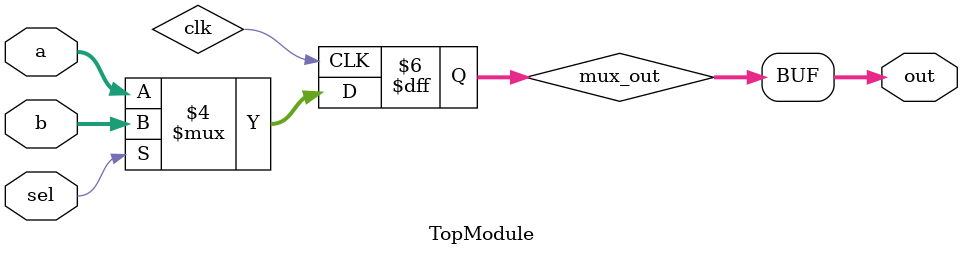
<source format=sv>


module TopModule (
  input [99:0] a,
  input [99:0] b,
  input sel,
  output [99:0] out
);

reg [99:0] mux_out;

always @(posedge clk) begin
    if (sel == 1'b0)
        mux_out <= a;
    else
        mux_out <= b;
end

assign out = mux_out;

endmodule

</source>
